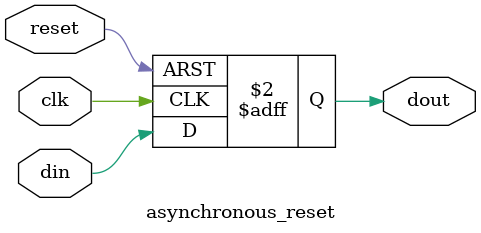
<source format=v>
`timescale 1ns / 1ps


module asynchronous_reset(
    input clk,
    input reset,
    input din,
    output reg dout
    );
    
    always@(posedge clk or posedge reset)
        begin
            if(reset)
                dout <= 1'b0;
            else
                dout <= din;
        end
            
endmodule

</source>
